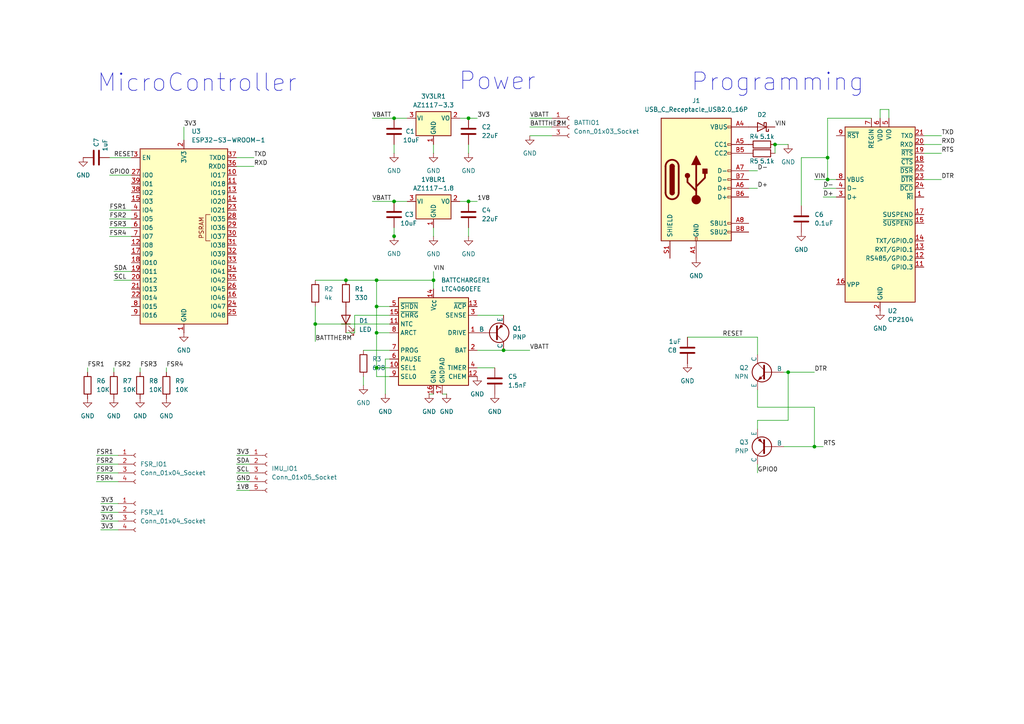
<source format=kicad_sch>
(kicad_sch (version 20231120) (generator "eeschema") (generator_version "8.0")
  (paper "A4")
  (lib_symbols
    (symbol "Battery_Management:LTC4060EFE"
      (property "Reference" "U" (at -8.382 13.97 0))
      (property "Value" "LTC4060EFE" (at 1.524 13.97 0))
      (symbol "LTC4060EFE_0_1"
        (rectangle (start -10.16 12.7) (end 10.16 -12.7) (stroke (width 0.254)) (fill (type background)))
      )
      (symbol "LTC4060EFE_1_1"
        (pin output line (at 12.7 2.54 180) (length 2.54) (name "DRIVE") (number "1"))
        (pin input line (at -12.7 -7.62 0) (length 2.54) (name "SEL1") (number "10"))
        (pin input line (at -12.7 5.08 0) (length 2.54) (name "NTC") (number "11"))
        (pin input line (at 12.7 -10.16 180) (length 2.54) (name "CHEM") (number "12"))
        (pin open_collector line (at 12.7 10.16 180) (length 2.54) (name "~{ACP}") (number "13"))
        (pin power_in line (at 0 15.24 270) (length 2.54) (name "V_{CC}") (number "14"))
        (pin open_collector line (at -12.7 7.62 0) (length 2.54) (name "~{CHRG}") (number "15"))
        (pin power_in line (at 0 -15.24 90) (length 2.54) (name "GND") (number "16"))
        (pin power_in line (at 2.54 -15.24 90) (length 2.54) (name "GNDPAD") (number "17"))
        (pin input line (at 12.7 -2.54 180) (length 2.54) (name "BAT") (number "2"))
        (pin input line (at 12.7 7.62 180) (length 2.54) (name "SENSE") (number "3"))
        (pin input line (at 12.7 -7.62 180) (length 2.54) (name "TIMER") (number "4"))
        (pin input line (at -12.7 10.16 0) (length 2.54) (name "~{SHDN}") (number "5"))
        (pin input line (at -12.7 -5.08 0) (length 2.54) (name "PAUSE") (number "6"))
        (pin input line (at -12.7 -2.54 0) (length 2.54) (name "PROG") (number "7"))
        (pin input line (at -12.7 2.54 0) (length 2.54) (name "ARCT") (number "8"))
        (pin input line (at -12.7 -10.16 0) (length 2.54) (name "SEL0") (number "9"))
      )
    )
    (symbol "Connector:Conn_01x03_Socket" (pin_names (offset 1.016) hide)
      (property "Reference" "J" (at 0 5.08 0))
      (property "Value" "Conn_01x03_Socket" (at 0 -5.08 0))
      (symbol "Conn_01x03_Socket_1_1"
        (arc (start 0 -2.032) (mid -0.5058 -2.54) (end 0 -3.048) (stroke (width 0.1524)))
        (polyline (pts (xy -1.27 -2.54) (xy -0.508 -2.54)) (stroke (width 0.1524)))
        (polyline (pts (xy -1.27 0) (xy -0.508 0)) (stroke (width 0.1524)))
        (polyline (pts (xy -1.27 2.54) (xy -0.508 2.54)) (stroke (width 0.1524)))
        (arc (start 0 0.508) (mid -0.5058 0) (end 0 -0.508) (stroke (width 0.1524)))
        (arc (start 0 3.048) (mid -0.5058 2.54) (end 0 2.032) (stroke (width 0.1524)))
        (pin passive line (at -5.08 2.54 0) (length 3.81) (name "Pin_1") (number "1"))
        (pin passive line (at -5.08 0 0) (length 3.81) (name "Pin_2") (number "2"))
        (pin passive line (at -5.08 -2.54 0) (length 3.81) (name "Pin_3") (number "3"))
      )
    )
    (symbol "Connector:Conn_01x04_Socket" (pin_names (offset 1.016) hide)
      (property "Reference" "J" (at 0 5.08 0))
      (property "Value" "Conn_01x04_Socket" (at 0 -7.62 0))
      (symbol "Conn_01x04_Socket_1_1"
        (arc (start 0 -4.572) (mid -0.5058 -5.08) (end 0 -5.588) (stroke (width 0.1524)))
        (arc (start 0 -2.032) (mid -0.5058 -2.54) (end 0 -3.048) (stroke (width 0.1524)))
        (polyline (pts (xy -1.27 -5.08) (xy -0.508 -5.08)) (stroke (width 0.1524)))
        (polyline (pts (xy -1.27 -2.54) (xy -0.508 -2.54)) (stroke (width 0.1524)))
        (polyline (pts (xy -1.27 0) (xy -0.508 0)) (stroke (width 0.1524)))
        (polyline (pts (xy -1.27 2.54) (xy -0.508 2.54)) (stroke (width 0.1524)))
        (arc (start 0 0.508) (mid -0.5058 0) (end 0 -0.508) (stroke (width 0.1524)))
        (arc (start 0 3.048) (mid -0.5058 2.54) (end 0 2.032) (stroke (width 0.1524)))
        (pin passive line (at -5.08 2.54 0) (length 3.81) (name "Pin_1") (number "1"))
        (pin passive line (at -5.08 0 0) (length 3.81) (name "Pin_2") (number "2"))
        (pin passive line (at -5.08 -2.54 0) (length 3.81) (name "Pin_3") (number "3"))
        (pin passive line (at -5.08 -5.08 0) (length 3.81) (name "Pin_4") (number "4"))
      )
    )
    (symbol "Connector:Conn_01x05_Socket" (pin_names (offset 1.016) hide)
      (property "Reference" "J" (at 0 7.62 0))
      (property "Value" "Conn_01x05_Socket" (at 0 -7.62 0))
      (symbol "Conn_01x05_Socket_1_1"
        (arc (start 0 -4.572) (mid -0.5058 -5.08) (end 0 -5.588) (stroke (width 0.1524)))
        (arc (start 0 -2.032) (mid -0.5058 -2.54) (end 0 -3.048) (stroke (width 0.1524)))
        (polyline (pts (xy -1.27 -5.08) (xy -0.508 -5.08)) (stroke (width 0.1524)))
        (polyline (pts (xy -1.27 -2.54) (xy -0.508 -2.54)) (stroke (width 0.1524)))
        (polyline (pts (xy -1.27 0) (xy -0.508 0)) (stroke (width 0.1524)))
        (polyline (pts (xy -1.27 2.54) (xy -0.508 2.54)) (stroke (width 0.1524)))
        (polyline (pts (xy -1.27 5.08) (xy -0.508 5.08)) (stroke (width 0.1524)))
        (arc (start 0 0.508) (mid -0.5058 0) (end 0 -0.508) (stroke (width 0.1524)))
        (arc (start 0 3.048) (mid -0.5058 2.54) (end 0 2.032) (stroke (width 0.1524)))
        (arc (start 0 5.588) (mid -0.5058 5.08) (end 0 4.572) (stroke (width 0.1524)))
        (pin passive line (at -5.08 5.08 0) (length 3.81) (name "Pin_1") (number "1"))
        (pin passive line (at -5.08 2.54 0) (length 3.81) (name "Pin_2") (number "2"))
        (pin passive line (at -5.08 0 0) (length 3.81) (name "Pin_3") (number "3"))
        (pin passive line (at -5.08 -2.54 0) (length 3.81) (name "Pin_4") (number "4"))
        (pin passive line (at -5.08 -5.08 0) (length 3.81) (name "Pin_5") (number "5"))
      )
    )
    (symbol "Connector:USB_C_Receptacle_USB2.0_16P" (pin_names (offset 1.016))
      (property "Reference" "J" (at 0 22.225 0))
      (property "Value" "USB_C_Receptacle_USB2.0_16P" (at 0 19.685 0))
      (symbol "USB_C_Receptacle_USB2.0_16P_0_0"
        (rectangle (start -0.254 -17.78) (end 0.254 -16.764))
        (rectangle (start 10.16 -14.986) (end 9.144 -15.494))
        (rectangle (start 10.16 -12.446) (end 9.144 -12.954))
        (rectangle (start 10.16 -4.826) (end 9.144 -5.334))
        (rectangle (start 10.16 -2.286) (end 9.144 -2.794))
        (rectangle (start 10.16 0.254) (end 9.144 -0.254))
        (rectangle (start 10.16 2.794) (end 9.144 2.286))
        (rectangle (start 10.16 7.874) (end 9.144 7.366))
        (rectangle (start 10.16 10.414) (end 9.144 9.906))
        (rectangle (start 10.16 15.494) (end 9.144 14.986))
      )
      (symbol "USB_C_Receptacle_USB2.0_16P_0_1"
        (rectangle (start -10.16 17.78) (end 10.16 -17.78) (stroke (width 0.254)) (fill (type background)))
        (arc (start -8.89 -3.81) (mid -6.985 -5.7067) (end -5.08 -3.81) (stroke (width 0.508)))
        (arc (start -7.62 -3.81) (mid -6.985 -4.4423) (end -6.35 -3.81) (stroke (width 0.254)))
        (arc (start -7.62 -3.81) (mid -6.985 -4.4423) (end -6.35 -3.81) (stroke (width 0.254)) (fill (type outline)))
        (rectangle (start -7.62 -3.81) (end -6.35 3.81) (stroke (width 0.254)) (fill (type outline)))
        (arc (start -6.35 3.81) (mid -6.985 4.4423) (end -7.62 3.81) (stroke (width 0.254)))
        (arc (start -6.35 3.81) (mid -6.985 4.4423) (end -7.62 3.81) (stroke (width 0.254)) (fill (type outline)))
        (arc (start -5.08 3.81) (mid -6.985 5.7067) (end -8.89 3.81) (stroke (width 0.508)))
        (circle (center -2.54 1.143) (radius 0.635) (stroke (width 0.254)) (fill (type outline)))
        (circle (center 0 -5.842) (radius 1.27) (fill (type outline)))
        (polyline (pts (xy -8.89 -3.81) (xy -8.89 3.81)) (stroke (width 0.508)))
        (polyline (pts (xy -5.08 3.81) (xy -5.08 -3.81)) (stroke (width 0.508)))
        (polyline (pts (xy 0 -5.842) (xy 0 4.318)) (stroke (width 0.508)))
        (polyline (pts (xy 0 -3.302) (xy -2.54 -0.762) (xy -2.54 0.508)) (stroke (width 0.508)))
        (polyline (pts (xy 0 -2.032) (xy 2.54 0.508) (xy 2.54 1.778)) (stroke (width 0.508)))
        (polyline (pts (xy -1.27 4.318) (xy 0 6.858) (xy 1.27 4.318) (xy -1.27 4.318)) (stroke (width 0.254)) (fill (type outline)))
        (rectangle (start 1.905 1.778) (end 3.175 3.048) (stroke (width 0.254)) (fill (type outline)))
      )
      (symbol "USB_C_Receptacle_USB2.0_16P_1_1"
        (pin passive line (at 0 -22.86 90) (length 5.08) (name "GND") (number "A1"))
        (pin passive line (at 0 -22.86 90) (length 5.08) hide (name "GND") (number "A12"))
        (pin passive line (at 15.24 15.24 180) (length 5.08) (name "VBUS") (number "A4"))
        (pin bidirectional line (at 15.24 10.16 180) (length 5.08) (name "CC1") (number "A5"))
        (pin bidirectional line (at 15.24 -2.54 180) (length 5.08) (name "D+") (number "A6"))
        (pin bidirectional line (at 15.24 2.54 180) (length 5.08) (name "D-") (number "A7"))
        (pin bidirectional line (at 15.24 -12.7 180) (length 5.08) (name "SBU1") (number "A8"))
        (pin passive line (at 15.24 15.24 180) (length 5.08) hide (name "VBUS") (number "A9"))
        (pin passive line (at 0 -22.86 90) (length 5.08) hide (name "GND") (number "B1"))
        (pin passive line (at 0 -22.86 90) (length 5.08) hide (name "GND") (number "B12"))
        (pin passive line (at 15.24 15.24 180) (length 5.08) hide (name "VBUS") (number "B4"))
        (pin bidirectional line (at 15.24 7.62 180) (length 5.08) (name "CC2") (number "B5"))
        (pin bidirectional line (at 15.24 -5.08 180) (length 5.08) (name "D+") (number "B6"))
        (pin bidirectional line (at 15.24 0 180) (length 5.08) (name "D-") (number "B7"))
        (pin bidirectional line (at 15.24 -15.24 180) (length 5.08) (name "SBU2") (number "B8"))
        (pin passive line (at 15.24 15.24 180) (length 5.08) hide (name "VBUS") (number "B9"))
        (pin passive line (at -7.62 -22.86 90) (length 5.08) (name "SHIELD") (number "S1"))
      )
    )
    (symbol "Device:C" (pin_numbers hide) (pin_names (offset 0.254))
      (property "Reference" "C" (at 0.635 2.54 0))
      (property "Value" "C" (at 0.635 -2.54 0))
      (symbol "C_0_1"
        (polyline (pts (xy -2.032 -0.762) (xy 2.032 -0.762)) (stroke (width 0.508)))
        (polyline (pts (xy -2.032 0.762) (xy 2.032 0.762)) (stroke (width 0.508)))
      )
      (symbol "C_1_1"
        (pin passive line (at 0 3.81 270) (length 2.794) (name "~") (number "1"))
        (pin passive line (at 0 -3.81 90) (length 2.794) (name "~") (number "2"))
      )
    )
    (symbol "Device:D_Schottky" (pin_numbers hide) (pin_names (offset 1.016) hide)
      (property "Reference" "D" (at 0 2.54 0))
      (property "Value" "D_Schottky" (at 0 -2.54 0))
      (symbol "D_Schottky_0_1"
        (polyline (pts (xy 1.27 0) (xy -1.27 0)))
        (polyline (pts (xy 1.27 1.27) (xy 1.27 -1.27) (xy -1.27 0) (xy 1.27 1.27)) (stroke (width 0.254)))
        (polyline (pts (xy -1.905 0.635) (xy -1.905 1.27) (xy -1.27 1.27) (xy -1.27 -1.27) (xy -0.635 -1.27) (xy -0.635 -0.635)) (stroke (width 0.254)))
      )
      (symbol "D_Schottky_1_1"
        (pin passive line (at -3.81 0 0) (length 2.54) (name "K") (number "1"))
        (pin passive line (at 3.81 0 180) (length 2.54) (name "A") (number "2"))
      )
    )
    (symbol "Device:LED" (pin_numbers hide) (pin_names (offset 1.016) hide)
      (property "Reference" "D" (at 0 2.54 0))
      (property "Value" "LED" (at 0 -2.54 0))
      (symbol "LED_0_1"
        (polyline (pts (xy -1.27 -1.27) (xy -1.27 1.27)) (stroke (width 0.254)))
        (polyline (pts (xy -1.27 0) (xy 1.27 0)))
        (polyline (pts (xy 1.27 -1.27) (xy 1.27 1.27) (xy -1.27 0) (xy 1.27 -1.27)) (stroke (width 0.254)))
        (polyline (pts (xy -3.048 -0.762) (xy -4.572 -2.286) (xy -3.81 -2.286) (xy -4.572 -2.286) (xy -4.572 -1.524)))
        (polyline (pts (xy -1.778 -0.762) (xy -3.302 -2.286) (xy -2.54 -2.286) (xy -3.302 -2.286) (xy -3.302 -1.524)))
      )
      (symbol "LED_1_1"
        (pin passive line (at -3.81 0 0) (length 2.54) (name "K") (number "1"))
        (pin passive line (at 3.81 0 180) (length 2.54) (name "A") (number "2"))
      )
    )
    (symbol "Device:R" (pin_numbers hide) (pin_names (offset 0))
      (property "Reference" "R" (at 2.032 0 90))
      (property "Value" "R" (at 0 0 90))
      (symbol "R_0_1"
        (rectangle (start -1.016 -2.54) (end 1.016 2.54) (stroke (width 0.254)))
      )
      (symbol "R_1_1"
        (pin passive line (at 0 3.81 270) (length 1.27) (name "~") (number "1"))
        (pin passive line (at 0 -3.81 90) (length 1.27) (name "~") (number "2"))
      )
    )
    (symbol "Interface_USB:CP2104"
      (property "Reference" "U" (at -5.08 28.575 0))
      (property "Value" "CP2104" (at -5.08 26.67 0))
      (symbol "CP2104_1_1"
        (rectangle (start -10.16 25.4) (end 10.16 -25.4) (stroke (width 0.254)) (fill (type background)))
        (pin input line (at 12.7 5.08 180) (length 2.54) (name "~{RI}") (number "1"))
        (pin no_connect line (at 10.16 -20.32 180) (length 2.54) hide (name "NC") (number "10"))
        (pin bidirectional line (at 12.7 -15.24 180) (length 2.54) (name "GPIO.3") (number "11"))
        (pin bidirectional line (at 12.7 -12.7 180) (length 2.54) (name "RS485/GPIO.2") (number "12"))
        (pin bidirectional line (at 12.7 -10.16 180) (length 2.54) (name "RXT/GPIO.1") (number "13"))
        (pin bidirectional line (at 12.7 -7.62 180) (length 2.54) (name "TXT/GPIO.0") (number "14"))
        (pin output line (at 12.7 -2.54 180) (length 2.54) (name "~{SUSPEND}") (number "15"))
        (pin passive line (at -12.7 -20.32 0) (length 2.54) (name "VPP") (number "16"))
        (pin output line (at 12.7 0 180) (length 2.54) (name "SUSPEND") (number "17"))
        (pin input line (at 12.7 15.24 180) (length 2.54) (name "~{CTS}") (number "18"))
        (pin output line (at 12.7 17.78 180) (length 2.54) (name "~{RTS}") (number "19"))
        (pin power_in line (at 0 -27.94 90) (length 2.54) (name "GND") (number "2"))
        (pin input line (at 12.7 20.32 180) (length 2.54) (name "RXD") (number "20"))
        (pin output line (at 12.7 22.86 180) (length 2.54) (name "TXD") (number "21"))
        (pin input line (at 12.7 12.7 180) (length 2.54) (name "~{DSR}") (number "22"))
        (pin output line (at 12.7 10.16 180) (length 2.54) (name "~{DTR}") (number "23"))
        (pin input line (at 12.7 7.62 180) (length 2.54) (name "~{DCD}") (number "24"))
        (pin passive line (at 0 -27.94 90) (length 2.54) hide (name "GND") (number "25"))
        (pin bidirectional line (at -12.7 5.08 0) (length 2.54) (name "D+") (number "3"))
        (pin bidirectional line (at -12.7 7.62 0) (length 2.54) (name "D-") (number "4"))
        (pin power_in line (at 2.54 27.94 270) (length 2.54) (name "VIO") (number "5"))
        (pin power_in line (at 0 27.94 270) (length 2.54) (name "VDD") (number "6"))
        (pin power_in line (at -2.54 27.94 270) (length 2.54) (name "REGIN") (number "7"))
        (pin input line (at -12.7 10.16 0) (length 2.54) (name "VBUS") (number "8"))
        (pin bidirectional line (at -12.7 22.86 0) (length 2.54) (name "~{RST}") (number "9"))
      )
    )
    (symbol "RF_Module:ESP32-S3-WROOM-1"
      (property "Reference" "U" (at -12.7 26.67 0))
      (property "Value" "ESP32-S3-WROOM-1" (at 12.7 26.67 0))
      (symbol "ESP32-S3-WROOM-1_0_0"
        (rectangle (start -12.7 25.4) (end 12.7 -25.4) (stroke (width 0.254)) (fill (type background)))
        (text "PSRAM" (at 5.08 2.54 900) (effects (font (size 1.27 1.27))))
      )
      (symbol "ESP32-S3-WROOM-1_0_1"
        (polyline (pts (xy 7.62 -1.27) (xy 6.35 -1.27) (xy 6.35 6.35) (xy 7.62 6.35)))
      )
      (symbol "ESP32-S3-WROOM-1_1_1"
        (pin power_in line (at 0 -27.94 90) (length 2.54) (name "GND") (number "1"))
        (pin bidirectional line (at 15.24 17.78 180) (length 2.54) (name "IO17") (number "10"))
        (pin bidirectional line (at 15.24 15.24 180) (length 2.54) (name "IO18") (number "11"))
        (pin bidirectional line (at -15.24 -2.54 0) (length 2.54) (name "IO8") (number "12"))
        (pin bidirectional line (at 15.24 12.7 180) (length 2.54) (name "IO19") (number "13"))
        (pin bidirectional line (at 15.24 10.16 180) (length 2.54) (name "IO20") (number "14"))
        (pin bidirectional line (at -15.24 10.16 0) (length 2.54) (name "IO3") (number "15"))
        (pin bidirectional line (at 15.24 -17.78 180) (length 2.54) (name "IO46") (number "16"))
        (pin bidirectional line (at -15.24 -5.08 0) (length 2.54) (name "IO9") (number "17"))
        (pin bidirectional line (at -15.24 -7.62 0) (length 2.54) (name "IO10") (number "18"))
        (pin bidirectional line (at -15.24 -10.16 0) (length 2.54) (name "IO11") (number "19"))
        (pin power_in line (at 0 27.94 270) (length 2.54) (name "3V3") (number "2"))
        (pin bidirectional line (at -15.24 -12.7 0) (length 2.54) (name "IO12") (number "20"))
        (pin bidirectional line (at -15.24 -15.24 0) (length 2.54) (name "IO13") (number "21"))
        (pin bidirectional line (at -15.24 -17.78 0) (length 2.54) (name "IO14") (number "22"))
        (pin bidirectional line (at 15.24 7.62 180) (length 2.54) (name "IO21") (number "23"))
        (pin bidirectional line (at 15.24 -20.32 180) (length 2.54) (name "IO47") (number "24"))
        (pin bidirectional line (at 15.24 -22.86 180) (length 2.54) (name "IO48") (number "25"))
        (pin bidirectional line (at 15.24 -15.24 180) (length 2.54) (name "IO45") (number "26"))
        (pin bidirectional line (at -15.24 17.78 0) (length 2.54) (name "IO0") (number "27"))
        (pin bidirectional line (at 15.24 5.08 180) (length 2.54) (name "IO35") (number "28"))
        (pin bidirectional line (at 15.24 2.54 180) (length 2.54) (name "IO36") (number "29"))
        (pin input line (at -15.24 22.86 0) (length 2.54) (name "EN") (number "3"))
        (pin bidirectional line (at 15.24 0 180) (length 2.54) (name "IO37") (number "30"))
        (pin bidirectional line (at 15.24 -2.54 180) (length 2.54) (name "IO38") (number "31"))
        (pin bidirectional line (at 15.24 -5.08 180) (length 2.54) (name "IO39") (number "32"))
        (pin bidirectional line (at 15.24 -7.62 180) (length 2.54) (name "IO40") (number "33"))
        (pin bidirectional line (at 15.24 -10.16 180) (length 2.54) (name "IO41") (number "34"))
        (pin bidirectional line (at 15.24 -12.7 180) (length 2.54) (name "IO42") (number "35"))
        (pin bidirectional line (at 15.24 20.32 180) (length 2.54) (name "RXD0") (number "36"))
        (pin bidirectional line (at 15.24 22.86 180) (length 2.54) (name "TXD0") (number "37"))
        (pin bidirectional line (at -15.24 12.7 0) (length 2.54) (name "IO2") (number "38"))
        (pin bidirectional line (at -15.24 15.24 0) (length 2.54) (name "IO1") (number "39"))
        (pin bidirectional line (at -15.24 7.62 0) (length 2.54) (name "IO4") (number "4"))
        (pin passive line (at 0 -27.94 90) (length 2.54) hide (name "GND") (number "40"))
        (pin passive line (at 0 -27.94 90) (length 2.54) hide (name "GND") (number "41"))
        (pin bidirectional line (at -15.24 5.08 0) (length 2.54) (name "IO5") (number "5"))
        (pin bidirectional line (at -15.24 2.54 0) (length 2.54) (name "IO6") (number "6"))
        (pin bidirectional line (at -15.24 0 0) (length 2.54) (name "IO7") (number "7"))
        (pin bidirectional line (at -15.24 -20.32 0) (length 2.54) (name "IO15") (number "8"))
        (pin bidirectional line (at -15.24 -22.86 0) (length 2.54) (name "IO16") (number "9"))
      )
    )
    (symbol "Regulator_Linear:AZ1117-1.8" (pin_names (offset 0.254))
      (property "Reference" "U" (at -3.81 3.175 0))
      (property "Value" "AZ1117-1.8" (at 0 3.175 0))
      (symbol "AZ1117-1.8_0_1"
        (rectangle (start -5.08 1.905) (end 5.08 -5.08) (stroke (width 0.254)) (fill (type background)))
      )
      (symbol "AZ1117-1.8_1_1"
        (pin power_in line (at 0 -7.62 90) (length 2.54) (name "GND") (number "1"))
        (pin power_out line (at 7.62 0 180) (length 2.54) (name "VO") (number "2"))
        (pin power_in line (at -7.62 0 0) (length 2.54) (name "VI") (number "3"))
      )
    )
    (symbol "Regulator_Linear:AZ1117-3.3" (pin_names (offset 0.254))
      (property "Reference" "U" (at -3.81 3.175 0))
      (property "Value" "AZ1117-3.3" (at 0 3.175 0))
      (symbol "AZ1117-3.3_0_1"
        (rectangle (start -5.08 1.905) (end 5.08 -5.08) (stroke (width 0.254)) (fill (type background)))
      )
      (symbol "AZ1117-3.3_1_1"
        (pin power_in line (at 0 -7.62 90) (length 2.54) (name "GND") (number "1"))
        (pin power_out line (at 7.62 0 180) (length 2.54) (name "VO") (number "2"))
        (pin power_in line (at -7.62 0 0) (length 2.54) (name "VI") (number "3"))
      )
    )
    (symbol "Sensor_Motion:ICM-20948"
      (property "Reference" "U" (at -11.43 16.51 0))
      (property "Value" "ICM-20948" (at 7.62 -16.51 0))
      (symbol "ICM-20948_0_1"
        (rectangle (start -10.16 15.24) (end 10.16 -15.24) (stroke (width 0.254)) (fill (type background)))
      )
      (symbol "ICM-20948_1_1"
        (pin no_connect line (at -10.16 12.7 0) (length 2.54) hide (name "NC") (number "1"))
        (pin passive line (at 12.7 -5.08 180) (length 2.54) (name "REGOUT") (number "10"))
        (pin input line (at -12.7 -5.08 0) (length 2.54) (name "FSYNC") (number "11"))
        (pin output line (at -12.7 -7.62 0) (length 2.54) (name "INT1") (number "12"))
        (pin power_in line (at 2.54 17.78 270) (length 2.54) (name "VDD") (number "13"))
        (pin no_connect line (at 10.16 7.62 180) (length 2.54) hide (name "NC") (number "14"))
        (pin no_connect line (at 10.16 5.08 180) (length 2.54) hide (name "NC") (number "15"))
        (pin no_connect line (at 10.16 -7.62 180) (length 2.54) hide (name "NC") (number "16"))
        (pin no_connect line (at 10.16 -10.16 180) (length 2.54) hide (name "NC") (number "17"))
        (pin power_in line (at 0 -17.78 90) (length 2.54) (name "GND") (number "18"))
        (pin no_connect line (at 10.16 -12.7 180) (length 2.54) hide (name "RESV") (number "19"))
        (pin no_connect line (at -10.16 10.16 0) (length 2.54) hide (name "NC") (number "2"))
        (pin passive line (at 0 -17.78 90) (length 2.54) hide (name "GND") (number "20"))
        (pin bidirectional line (at 12.7 2.54 180) (length 2.54) (name "AUX_DA") (number "21"))
        (pin input line (at -12.7 0 0) (length 2.54) (name "~{CS}") (number "22"))
        (pin input line (at -12.7 2.54 0) (length 2.54) (name "SCL/SCLK") (number "23"))
        (pin bidirectional line (at -12.7 5.08 0) (length 2.54) (name "SDA/SDI") (number "24"))
        (pin no_connect line (at -10.16 -2.54 0) (length 2.54) hide (name "NC") (number "3"))
        (pin no_connect line (at -10.16 -10.16 0) (length 2.54) hide (name "NC") (number "4"))
        (pin no_connect line (at -10.16 -12.7 0) (length 2.54) hide (name "NC") (number "5"))
        (pin no_connect line (at 10.16 10.16 180) (length 2.54) hide (name "NC") (number "6"))
        (pin output line (at 12.7 0 180) (length 2.54) (name "AUX_CL") (number "7"))
        (pin power_in line (at -2.54 17.78 270) (length 2.54) (name "VDDIO") (number "8"))
        (pin bidirectional line (at -12.7 7.62 0) (length 2.54) (name "SDO/AD0") (number "9"))
      )
    )
    (symbol "Simulation_SPICE:NPN" (pin_numbers hide) (pin_names (offset 0))
      (property "Reference" "Q" (at -2.54 7.62 0))
      (property "Value" "NPN" (at -2.54 5.08 0))
      (symbol "NPN_0_1"
        (polyline (pts (xy -2.54 0) (xy 0.635 0)) (stroke (width 0.1524)))
        (polyline (pts (xy 0.635 0.635) (xy 2.54 2.54)))
        (polyline (pts (xy 2.794 -1.27) (xy 2.794 -1.27)) (stroke (width 0.1524)))
        (polyline (pts (xy 2.794 -1.27) (xy 2.794 -1.27)) (stroke (width 0.1524)))
        (polyline (pts (xy 0.635 -0.635) (xy 2.54 -2.54) (xy 2.54 -2.54)))
        (polyline (pts (xy 0.635 1.905) (xy 0.635 -1.905) (xy 0.635 -1.905)) (stroke (width 0.508)))
        (polyline (pts (xy 1.27 -1.778) (xy 1.778 -1.27) (xy 2.286 -2.286) (xy 1.27 -1.778) (xy 1.27 -1.778)) (fill (type outline)))
        (circle (center 1.27 0) (radius 2.8194) (stroke (width 0.254)))
      )
      (symbol "NPN_1_1"
        (pin open_collector line (at 2.54 5.08 270) (length 2.54) (name "C") (number "1"))
        (pin input line (at -5.08 0 0) (length 2.54) (name "B") (number "2"))
        (pin open_emitter line (at 2.54 -5.08 90) (length 2.54) (name "E") (number "3"))
      )
    )
    (symbol "Simulation_SPICE:PNP" (pin_numbers hide) (pin_names (offset 0))
      (property "Reference" "Q" (at -2.54 7.62 0))
      (property "Value" "PNP" (at -2.54 5.08 0))
      (symbol "PNP_0_1"
        (polyline (pts (xy -2.54 0) (xy 0.635 0)) (stroke (width 0.1524)))
        (polyline (pts (xy 0.635 0.635) (xy 2.54 2.54)))
        (polyline (pts (xy 0.635 -0.635) (xy 2.54 -2.54) (xy 2.54 -2.54)))
        (polyline (pts (xy 0.635 1.905) (xy 0.635 -1.905) (xy 0.635 -1.905)) (stroke (width 0.508)))
        (polyline (pts (xy 2.286 -1.778) (xy 1.778 -2.286) (xy 1.27 -1.27) (xy 2.286 -1.778) (xy 2.286 -1.778)) (fill (type outline)))
        (circle (center 1.27 0) (radius 2.8194) (stroke (width 0.254)))
      )
      (symbol "PNP_1_1"
        (pin open_collector line (at 2.54 5.08 270) (length 2.54) (name "C") (number "1"))
        (pin input line (at -5.08 0 0) (length 2.54) (name "B") (number "2"))
        (pin open_emitter line (at 2.54 -5.08 90) (length 2.54) (name "E") (number "3"))
      )
    )
    (symbol "power:GND" (power) (pin_numbers hide) (pin_names (offset 0) hide)
      (property "Value" "GND" (at 0 -3.81 0))
      (symbol "GND_0_1"
        (polyline (pts (xy 0 0) (xy 0 -1.27) (xy 1.27 -1.27) (xy 0 -2.54) (xy -1.27 -1.27) (xy 0 -1.27)))
      )
      (symbol "GND_1_1"
        (pin power_in line (at 0 0 270) (length 0) (name "~") (number "1"))
      )
    )
  )
  (junction (at 109.22 106.68))
  (junction (at 114.3 58.42))
  (junction (at 91.44 93.98))
  (junction (at 240.03 45.72))
  (junction (at 114.3 34.29))
  (junction (at 109.22 96.52))
  (junction (at 100.33 81.28))
  (junction (at 449.58 20.32))
  (junction (at 236.22 129.54))
  (junction (at 125.73 81.28))
  (junction (at 135.89 34.29))
  (junction (at 146.05 101.6))
  (junction (at 444.5 20.32))
  (junction (at 114.3 68.5182))
  (junction (at 135.89 58.42))
  (junction (at 228.6 107.95))
  (junction (at 109.22 88.9))
  (junction (at 109.22 81.28))
  (junction (at 224.79 41.91))
  (junction (at 240.03 52.07))
  (wire (pts (xy 102.87 96.52) (xy 102.87 91.44)))
  (wire (pts (xy 228.6 121.92) (xy 228.6 107.95)))
  (wire (pts (xy 228.6 107.95) (xy 236.22 107.95)))
  (wire (pts (xy 107.95 58.42) (xy 114.3 58.42)))
  (wire (pts (xy 109.22 106.68) (xy 109.22 109.22)))
  (wire (pts (xy 240.03 45.72) (xy 240.03 52.07)))
  (wire (pts (xy 138.43 101.6) (xy 146.05 101.6)))
  (wire (pts (xy 135.89 34.29) (xy 138.43 34.29)))
  (wire (pts (xy 27.94 137.16) (xy 34.29 137.16)))
  (wire (pts (xy 133.35 34.29) (xy 135.89 34.29)))
  (wire (pts (xy 107.95 34.29) (xy 114.3 34.29)))
  (wire (pts (xy 68.58 45.72) (xy 73.66 45.72)))
  (wire (pts (xy 433.07 20.32) (xy 436.88 20.32)))
  (wire (pts (xy 91.44 88.9) (xy 91.44 93.98)))
  (wire (pts (xy 217.17 54.61) (xy 219.71 54.61)))
  (wire (pts (xy 109.22 106.68) (xy 113.03 106.68)))
  (wire (pts (xy 27.94 132.08) (xy 34.29 132.08)))
  (wire (pts (xy 444.5 20.32) (xy 444.5 22.86)))
  (wire (pts (xy 125.73 41.91) (xy 125.73 44.45)))
  (wire (pts (xy 29.21 148.59) (xy 34.29 148.59)))
  (wire (pts (xy 224.79 41.91) (xy 228.6 41.91)))
  (wire (pts (xy 109.22 81.28) (xy 109.22 88.9)))
  (wire (pts (xy 91.44 93.98) (xy 113.03 93.98)))
  (wire (pts (xy 255.27 31.75) (xy 257.81 31.75)))
  (wire (pts (xy 125.73 66.04) (xy 125.73 68.58)))
  (wire (pts (xy 100.33 96.52) (xy 102.87 96.52)))
  (wire (pts (xy 153.67 39.37) (xy 160.02 39.37)))
  (wire (pts (xy 113.03 104.14) (xy 111.76 104.14)))
  (wire (pts (xy 219.71 134.62) (xy 219.71 137.16)))
  (wire (pts (xy 27.94 134.62) (xy 34.29 134.62)))
  (wire (pts (xy 114.3 68.5182) (xy 114.3 66.04)))
  (wire (pts (xy 138.43 91.44) (xy 146.05 91.44)))
  (wire (pts (xy 429.26 38.1) (xy 434.34 38.1)))
  (wire (pts (xy 102.87 91.44) (xy 113.03 91.44)))
  (wire (pts (xy 267.97 39.37) (xy 273.05 39.37)))
  (wire (pts (xy 114.3 34.29) (xy 118.11 34.29)))
  (wire (pts (xy 68.58 48.26) (xy 73.66 48.26)))
  (wire (pts (xy 238.76 54.61) (xy 242.57 54.61)))
  (wire (pts (xy 459.74 45.72) (xy 464.82 45.72)))
  (wire (pts (xy 227.33 107.95) (xy 228.6 107.95)))
  (wire (pts (xy 257.81 31.75) (xy 257.81 34.29)))
  (wire (pts (xy 114.3 58.42) (xy 118.11 58.42)))
  (wire (pts (xy 40.64 106.68) (xy 40.64 107.95)))
  (wire (pts (xy 109.22 88.9) (xy 113.03 88.9)))
  (wire (pts (xy 31.75 50.8) (xy 38.1 50.8)))
  (wire (pts (xy 429.26 35.56) (xy 434.34 35.56)))
  (wire (pts (xy 29.21 153.67) (xy 34.29 153.67)))
  (wire (pts (xy 153.67 34.29) (xy 160.02 34.29)))
  (wire (pts (xy 133.35 58.42) (xy 135.89 58.42)))
  (wire (pts (xy 109.22 96.52) (xy 109.22 106.68)))
  (wire (pts (xy 105.41 101.6) (xy 113.03 101.6)))
  (wire (pts (xy 33.02 78.74) (xy 38.1 78.74)))
  (wire (pts (xy 252.73 34.29) (xy 240.03 34.29)))
  (wire (pts (xy 25.4 106.68) (xy 25.4 107.95)))
  (wire (pts (xy 72.39 132.08) (xy 68.58 132.08)))
  (wire (pts (xy 31.75 60.96) (xy 38.1 60.96)))
  (wire (pts (xy 444.5 19.05) (xy 444.5 20.32)))
  (wire (pts (xy 227.33 129.54) (xy 236.22 129.54)))
  (wire (pts (xy 29.21 151.13) (xy 34.29 151.13)))
  (wire (pts (xy 219.71 124.46) (xy 219.71 121.92)))
  (wire (pts (xy 48.26 106.68) (xy 48.26 107.95)))
  (wire (pts (xy 232.41 45.72) (xy 240.03 45.72)))
  (wire (pts (xy 255.27 34.29) (xy 255.27 31.75)))
  (wire (pts (xy 125.73 83.82) (xy 125.73 81.28)))
  (wire (pts (xy 449.58 20.32) (xy 453.39 20.32)))
  (wire (pts (xy 199.39 97.79) (xy 219.71 97.79)))
  (wire (pts (xy 33.02 106.68) (xy 33.02 107.95)))
  (wire (pts (xy 72.39 137.16) (xy 68.58 137.16)))
  (wire (pts (xy 109.22 109.22) (xy 113.03 109.22)))
  (wire (pts (xy 267.97 52.07) (xy 273.05 52.07)))
  (wire (pts (xy 125.73 81.28) (xy 109.22 81.28)))
  (wire (pts (xy 219.71 113.03) (xy 219.71 118.11)))
  (wire (pts (xy 114.3 68.58) (xy 114.3 68.5182)))
  (wire (pts (xy 240.03 52.07) (xy 242.57 52.07)))
  (wire (pts (xy 153.67 36.83) (xy 160.02 36.83)))
  (wire (pts (xy 138.43 106.68) (xy 143.51 106.68)))
  (wire (pts (xy 125.73 81.28) (xy 125.73 78.74)))
  (wire (pts (xy 236.22 129.54) (xy 238.76 129.54)))
  (wire (pts (xy 29.21 146.05) (xy 34.29 146.05)))
  (wire (pts (xy 219.71 121.92) (xy 228.6 121.92)))
  (wire (pts (xy 447.04 58.42) (xy 447.04 59.69)))
  (wire (pts (xy 232.41 45.72) (xy 232.41 59.69)))
  (wire (pts (xy 100.33 81.28) (xy 109.22 81.28)))
  (wire (pts (xy 238.76 57.15) (xy 242.57 57.15)))
  (wire (pts (xy 135.89 68.58) (xy 135.89 66.04)))
  (wire (pts (xy 449.58 17.78) (xy 449.58 20.32)))
  (wire (pts (xy 53.34 36.83) (xy 53.34 40.64)))
  (wire (pts (xy 219.71 97.79) (xy 219.71 102.87)))
  (wire (pts (xy 72.39 134.62) (xy 68.58 134.62)))
  (wire (pts (xy 109.22 88.9) (xy 109.22 96.52)))
  (wire (pts (xy 224.79 41.91) (xy 224.79 44.45)))
  (wire (pts (xy 109.22 96.52) (xy 113.03 96.52)))
  (wire (pts (xy 267.97 41.91) (xy 273.05 41.91)))
  (wire (pts (xy 135.89 58.42) (xy 138.43 58.42)))
  (wire (pts (xy 68.58 139.7) (xy 72.39 139.7)))
  (wire (pts (xy 217.17 49.53) (xy 219.71 49.53)))
  (wire (pts (xy 236.22 118.11) (xy 236.22 129.54)))
  (wire (pts (xy 31.75 68.58) (xy 38.1 68.58)))
  (wire (pts (xy 240.03 34.29) (xy 240.03 45.72)))
  (wire (pts (xy 31.75 45.72) (xy 38.1 45.72)))
  (wire (pts (xy 31.75 66.04) (xy 38.1 66.04)))
  (wire (pts (xy 111.76 104.14) (xy 111.76 114.3)))
  (wire (pts (xy 449.58 20.32) (xy 449.58 22.86)))
  (wire (pts (xy 114.3 41.91) (xy 114.3 44.45)))
  (wire (pts (xy 267.97 44.45) (xy 273.05 44.45)))
  (wire (pts (xy 105.41 109.22) (xy 105.41 111.76)))
  (wire (pts (xy 33.02 81.28) (xy 38.1 81.28)))
  (wire (pts (xy 72.39 142.24) (xy 68.58 142.24)))
  (wire (pts (xy 91.44 93.98) (xy 91.44 99.06)))
  (wire (pts (xy 129.54 114.3) (xy 128.27 114.3)))
  (wire (pts (xy 31.75 63.5) (xy 38.1 63.5)))
  (wire (pts (xy 124.46 114.3) (xy 125.73 114.3)))
  (wire (pts (xy 135.89 44.45) (xy 135.89 41.91)))
  (wire (pts (xy 236.22 52.07) (xy 240.03 52.07)))
  (wire (pts (xy 219.71 118.11) (xy 236.22 118.11)))
  (wire (pts (xy 91.44 81.28) (xy 100.33 81.28)))
  (wire (pts (xy 27.94 139.7) (xy 34.29 139.7)))
  (wire (pts (xy 146.05 101.6) (xy 153.67 101.6)))
  (text "IMU" (at 410.972 7.112 0) (effects (font (size 5.08 5.08))))
  (text "Programming" (at 225.552 23.876 0) (effects (font (size 5.08 5.08))))
  (text "MicroController" (at 57.15 24.13 0) (effects (font (size 5.08 5.08))))
  (text "Power" (at 144.272 23.622 0) (effects (font (size 5.08 5.08))))
  (label "VIN" (at 125.73 78.74 0))
  (label "SDA" (at 68.58 134.62 0))
  (label "SDA" (at 33.02 78.74 0))
  (label "BATTTHERM" (at 153.67 36.83 0))
  (label "TXD" (at 73.66 45.72 0))
  (label "FSR1" (at 25.4 106.68 0))
  (label "GPIO0" (at 219.71 137.16 0))
  (label "FSR1" (at 31.75 60.96 0))
  (label "VBATT" (at 153.67 34.29 0))
  (label "D+" (at 219.71 54.61 0))
  (label "BATTTHERM" (at 91.44 99.06 0))
  (label "3V3" (at 29.21 151.13 0))
  (label "FSR2" (at 33.02 106.68 0))
  (label "FSR2" (at 27.94 134.62 0))
  (label "1V8" (at 444.5 19.05 0))
  (label "1V8" (at 138.43 58.42 0))
  (label "DTR" (at 273.05 52.07 0))
  (label "FSR2" (at 31.75 63.5 0))
  (label "RTS" (at 238.76 129.54 0))
  (label "FSR4" (at 48.26 106.68 0))
  (label "GND" (at 68.58 139.7 0))
  (label "3V3" (at 29.21 146.05 0))
  (label "FSR4" (at 27.94 139.7 0))
  (label "D+" (at 238.76 57.15 0))
  (label "FSR4" (at 31.75 68.58 0))
  (label "3V3" (at 29.21 153.67 0))
  (label "SDA" (at 429.26 35.56 0))
  (label "3V3" (at 53.34 36.83 0))
  (label "VIN" (at 236.22 52.07 0))
  (label "3V3" (at 68.58 132.08 0))
  (label "TXD" (at 273.05 39.37 0))
  (label "FSR3" (at 40.64 106.68 0))
  (label "DTR" (at 236.22 107.95 0))
  (label "RTS" (at 273.05 44.45 0))
  (label "3V3" (at 138.43 34.29 0))
  (label "VBATT" (at 153.67 101.6 0))
  (label "VBATT" (at 107.95 34.29 0))
  (label "GPIO0" (at 31.75 50.8 0))
  (label "FSR3" (at 27.94 137.16 0))
  (label "SCL" (at 429.26 38.1 0))
  (label "RXD" (at 73.66 48.26 0))
  (label "D-" (at 238.76 54.61 0))
  (label "FSR3" (at 31.75 66.04 0))
  (label "VBATT" (at 107.95 58.42 0))
  (label "RESET" (at 209.55 97.79 0))
  (label "RXD" (at 273.05 41.91 0))
  (label "1V8" (at 68.58 142.24 0))
  (label "SCL" (at 68.58 137.16 0))
  (label "VIN" (at 224.79 36.83 0))
  (label "D-" (at 219.71 49.53 0))
  (label "3V3" (at 449.58 17.78 0))
  (label "FSR1" (at 27.94 132.08 0))
  (label "RESET" (at 33.02 45.72 0))
  (label "SCL" (at 33.02 81.28 0))
  (label "3V3" (at 29.21 148.59 0))
  (symbol (lib_id "Device:R") (at 33.02 111.76 180) (unit 1)
    (property "Reference" "R7" (at 35.56 110.4899 0) (effects (justify right)))
    (property "Value" "10K" (at 35.56 113.0299 0) (effects (justify right)))
    (property "Footprint" "Resistor_SMD:R_0805_2012Metric_Pad1.20x1.40mm_HandSolder" (effects (hide yes)))
    (property "Description" "Resistor" (effects (hide yes)))
  )
  (symbol (lib_id "power:GND") (at 201.93 74.93 0) (unit 1)
    (property "Reference" "#PWR07" (effects (hide yes)))
    (property "Value" "GND" (at 201.93 80.01 0))
    (property "Description" "Power symbol creates a global label with name \"GND\" , ground" (effects (hide yes)))
  )
  (symbol (lib_id "Device:C") (at 232.41 63.5 0) (unit 1)
    (property "Reference" "C6" (at 236.22 62.2299 0) (effects (justify left)))
    (property "Value" "0.1uF" (at 236.22 64.7699 0) (effects (justify left)))
    (property "Footprint" "Capacitor_SMD:C_0805_2012Metric_Pad1.18x1.45mm_HandSolder" (effects (hide yes)))
    (property "Description" "Unpolarized capacitor" (effects (hide yes)))
  )
  (symbol (lib_id "power:GND") (at 199.39 105.41 0) (unit 1)
    (property "Reference" "#PWR019" (effects (hide yes)))
    (property "Value" "GND" (at 199.39 110.49 0))
    (property "Description" "Power symbol creates a global label with name \"GND\" , ground" (effects (hide yes)))
  )
  (symbol (lib_id "Simulation_SPICE:PNP") (at 222.25 129.54 180) (unit 1)
    (property "Reference" "Q3" (at 217.17 128.2699 0) (effects (justify left)))
    (property "Value" "PNP" (at 217.17 130.8099 0) (effects (justify left)))
    (property "Footprint" "Connector_PinSocket_1.27mm:PinSocket_1x03_P1.27mm_Vertical" (effects (hide yes)))
    (property "Datasheet" "https://ngspice.sourceforge.io/docs/ngspice-html-manual/manual.xhtml#cha_BJTs" (effects (hide yes)))
    (property "Description" "Bipolar transistor symbol for simulation only, substrate tied to the emitter" (effects (hide yes)))
    (property "Sim.Device" "PNP" (effects (hide yes)))
    (property "Sim.Type" "GUMMELPOON" (effects (hide yes)))
    (property "Sim.Pins" "1=C 2=B 3=E" (effects (hide yes)))
  )
  (symbol (lib_id "power:GND") (at 53.34 96.52 0) (unit 1)
    (property "Reference" "#PWR017" (effects (hide yes)))
    (property "Value" "GND" (at 53.34 101.6 0))
    (property "Description" "Power symbol creates a global label with name \"GND\" , ground" (effects (hide yes)))
  )
  (symbol (lib_id "Device:R") (at 105.41 105.41 0) (unit 1)
    (property "Reference" "R3" (at 107.95 104.1399 0) (effects (justify left)))
    (property "Value" "698" (at 107.95 106.6799 0) (effects (justify left)))
    (property "Footprint" "Resistor_SMD:R_0805_2012Metric_Pad1.20x1.40mm_HandSolder" (effects (hide yes)))
    (property "Description" "Resistor" (effects (hide yes)))
  )
  (symbol (lib_id "power:GND") (at 105.41 111.76 0) (unit 1)
    (property "Reference" "#PWR010" (effects (hide yes)))
    (property "Value" "GND" (at 105.41 116.84 0))
    (property "Description" "Power symbol creates a global label with name \"GND\" , ground" (effects (hide yes)))
  )
  (symbol (lib_id "Device:R") (at 91.44 85.09 0) (unit 1)
    (property "Reference" "R2" (at 93.98 83.8199 0) (effects (justify left)))
    (property "Value" "4k" (at 93.98 86.3599 0) (effects (justify left)))
    (property "Footprint" "Resistor_SMD:R_0805_2012Metric_Pad1.20x1.40mm_HandSolder" (effects (hide yes)))
    (property "Description" "Resistor" (effects (hide yes)))
  )
  (symbol (lib_id "Device:C") (at 143.51 110.49 0) (unit 1)
    (property "Reference" "C5" (at 147.32 109.2199 0) (effects (justify left)))
    (property "Value" "1.5nF" (at 147.32 111.7599 0) (effects (justify left)))
    (property "Footprint" "Capacitor_SMD:C_0805_2012Metric_Pad1.18x1.45mm_HandSolder" (effects (hide yes)))
    (property "Description" "Unpolarized capacitor" (effects (hide yes)))
  )
  (symbol (lib_id "power:GND") (at 461.01 20.32 0) (unit 1)
    (property "Reference" "#PWR026" (effects (hide yes)))
    (property "Value" "GND" (at 461.01 25.4 0))
    (property "Description" "Power symbol creates a global label with name \"GND\" , ground" (effects (hide yes)))
  )
  (symbol (lib_id "Device:C") (at 199.39 101.6 180) (unit 1)
    (property "Reference" "C8" (at 196.342 101.6 0) (effects (justify left)))
    (property "Value" "1uF" (at 197.612 99.06 0) (effects (justify left)))
    (property "Footprint" "Capacitor_SMD:C_0805_2012Metric_Pad1.18x1.45mm_HandSolder" (effects (hide yes)))
    (property "Description" "Unpolarized capacitor" (effects (hide yes)))
  )
  (symbol (lib_id "power:GND") (at 135.89 68.58 0) (unit 1)
    (property "Reference" "#PWR04" (effects (hide yes)))
    (property "Value" "GND" (at 135.89 73.66 0))
    (property "Description" "Power symbol creates a global label with name \"GND\" , ground" (effects (hide yes)))
  )
  (symbol (lib_id "Connector:USB_C_Receptacle_USB2.0_16P") (at 201.93 52.07 0) (unit 1)
    (property "Reference" "J1" (at 201.93 29.21 0))
    (property "Value" "USB_C_Receptacle_USB2.0_16P" (at 201.93 31.75 0))
    (property "Footprint" "Connector_USB:USB_C_Receptacle_HRO_TYPE-C-31-M-12" (effects (hide yes)))
    (property "Datasheet" "https://www.usb.org/sites/default/files/documents/usb_type-c.zip" (effects (hide yes)))
    (property "Description" "USB 2.0-only 16P Type-C Receptacle connector" (effects (hide yes)))
  )
  (symbol (lib_id "Device:C") (at 457.2 20.32 90) (unit 1)
    (property "Reference" "C10" (at 457.2 12.7 90))
    (property "Value" "0.1uF" (at 457.2 15.24 90))
    (property "Footprint" "Capacitor_SMD:C_0805_2012Metric_Pad1.18x1.45mm_HandSolder" (effects (hide yes)))
    (property "Description" "Unpolarized capacitor" (effects (hide yes)))
  )
  (symbol (lib_id "Device:C") (at 27.94 45.72 90) (unit 1)
    (property "Reference" "C7" (at 27.94 42.672 0) (effects (justify left)))
    (property "Value" "1uF" (at 30.48 43.942 0) (effects (justify left)))
    (property "Footprint" "Capacitor_SMD:C_0805_2012Metric_Pad1.18x1.45mm_HandSolder" (effects (hide yes)))
    (property "Description" "Unpolarized capacitor" (effects (hide yes)))
  )
  (symbol (lib_id "Regulator_Linear:AZ1117-3.3") (at 125.73 34.29 0) (unit 1)
    (property "Reference" "3V3LR1" (at 125.73 27.94 0))
    (property "Value" "AZ1117-3.3" (at 125.73 30.48 0))
    (property "Footprint" "Package_TO_SOT_SMD:SOT-223-3_TabPin2" (effects (hide yes)))
    (property "Datasheet" "https://www.diodes.com/assets/Datasheets/AZ1117.pdf" (effects (hide yes)))
    (property "Description" "1A 20V Fixed LDO Linear Regulator, 3.3V, SOT-89/SOT-223/TO-220/TO-252/TO-263" (effects (hide yes)))
  )
  (symbol (lib_id "power:GND") (at 125.73 44.45 0) (unit 1)
    (property "Reference" "#PWR02" (effects (hide yes)))
    (property "Value" "GND" (at 125.73 49.53 0))
    (property "Description" "Power symbol creates a global label with name \"GND\" , ground" (effects (hide yes)))
  )
  (symbol (lib_id "power:GND") (at 40.64 115.57 0) (unit 1)
    (property "Reference" "#PWR022" (effects (hide yes)))
    (property "Value" "GND" (at 40.64 120.65 0))
    (property "Description" "Power symbol creates a global label with name \"GND\" , ground" (effects (hide yes)))
  )
  (symbol (lib_id "Regulator_Linear:AZ1117-1.8") (at 125.73 58.42 0) (unit 1)
    (property "Reference" "1V8LR1" (at 125.73 52.07 0))
    (property "Value" "AZ1117-1.8" (at 125.73 54.61 0))
    (property "Footprint" "Package_TO_SOT_SMD:SOT-223-3_TabPin2" (effects (hide yes)))
    (property "Datasheet" "https://www.diodes.com/assets/Datasheets/AZ1117.pdf" (effects (hide yes)))
    (property "Description" "1A 20V Fixed LDO Linear Regulator, 1.8V, SOT-89/SOT-223/TO-220/TO-252/TO-263" (effects (hide yes)))
  )
  (symbol (lib_id "power:GND") (at 24.13 45.72 0) (unit 1)
    (property "Reference" "#PWR018" (effects (hide yes)))
    (property "Value" "GND" (at 24.13 50.8 0))
    (property "Description" "Power symbol creates a global label with name \"GND\" , ground" (effects (hide yes)))
  )
  (symbol (lib_id "Device:C") (at 135.89 38.1 0) (unit 1)
    (property "Reference" "C2" (at 139.7 36.8299 0) (effects (justify left)))
    (property "Value" "22uF" (at 139.7 39.3699 0) (effects (justify left)))
    (property "Footprint" "Capacitor_SMD:C_0805_2012Metric_Pad1.18x1.45mm_HandSolder" (effects (hide yes)))
    (property "Description" "Unpolarized capacitor" (effects (hide yes)))
  )
  (symbol (lib_id "power:GND") (at 153.67 39.37 0) (unit 1)
    (property "Reference" "#PWR08" (effects (hide yes)))
    (property "Value" "GND" (at 153.67 44.45 0))
    (property "Description" "Power symbol creates a global label with name \"GND\" , ground" (effects (hide yes)))
  )
  (symbol (lib_id "Device:C") (at 468.63 45.72 90) (unit 1)
    (property "Reference" "C11" (at 468.63 38.1 90))
    (property "Value" "0.1uF" (at 468.63 40.64 90))
    (property "Footprint" "Capacitor_SMD:C_0805_2012Metric_Pad1.18x1.45mm_HandSolder" (effects (hide yes)))
    (property "Description" "Unpolarized capacitor" (effects (hide yes)))
  )
  (symbol (lib_id "power:GND") (at 232.41 67.31 0) (unit 1)
    (property "Reference" "#PWR016" (effects (hide yes)))
    (property "Value" "GND" (at 232.41 72.39 0))
    (property "Description" "Power symbol creates a global label with name \"GND\" , ground" (effects (hide yes)))
  )
  (symbol (lib_id "Interface_USB:CP2104") (at 255.27 62.23 0) (unit 1)
    (property "Reference" "U2" (at 257.4641 90.17 0) (effects (justify left)))
    (property "Value" "CP2104" (at 257.4641 92.71 0) (effects (justify left)))
    (property "Footprint" "Package_DFN_QFN:QFN-24-1EP_4x4mm_P0.5mm_EP2.6x2.6mm" (effects (hide yes)))
    (property "Datasheet" "https://www.silabs.com/documents/public/data-sheets/cp2104.pdf" (effects (hide yes)))
    (property "Description" "Single-Chip USB-to-UART Bridge, USB 2.0 Full-Speed, 2Mbps UART, QFN-24" (effects (hide yes)))
  )
  (symbol (lib_id "Connector:Conn_01x05_Socket") (at 77.47 137.16 0) (unit 1)
    (property "Reference" "IMU_IO1" (at 78.74 135.8899 0) (effects (justify left)))
    (property "Value" "Conn_01x05_Socket" (at 78.74 138.4299 0) (effects (justify left)))
    (property "Footprint" "Connector_Molex:Molex_KK-254_AE-6410-05A_1x05_P2.54mm_Vertical" (effects (hide yes)))
    (property "Description" "Generic connector, single row, 01x05, script generated" (effects (hide yes)))
  )
  (symbol (lib_id "power:GND") (at 433.07 20.32 0) (unit 1)
    (property "Reference" "#PWR020" (effects (hide yes)))
    (property "Value" "GND" (at 433.07 25.4 0))
    (property "Description" "Power symbol creates a global label with name \"GND\" , ground" (effects (hide yes)))
  )
  (symbol (lib_id "RF_Module:ESP32-S3-WROOM-1") (at 53.34 68.58 0) (unit 1)
    (property "Reference" "U3" (at 55.5341 38.1 0) (effects (justify left)))
    (property "Value" "ESP32-S3-WROOM-1" (at 55.5341 40.64 0) (effects (justify left)))
    (property "Footprint" "RF_Module:ESP32-S3-WROOM-1" (effects (hide yes)))
    (property "Datasheet" "https://www.espressif.com/sites/default/files/documentation/esp32-s3-wroom-1_wroom-1u_datasheet_en.pdf" (effects (hide yes)))
    (property "Description" "RF Module, ESP32-S3 SoC, Wi-Fi 802.11b/g/n, Bluetooth, BLE, 32-bit, 3.3V, onboard antenna, SMD" (effects (hide yes)))
  )
  (symbol (lib_id "power:GND") (at 114.3 68.5182 0) (unit 1)
    (property "Reference" "#PWR05" (effects (hide yes)))
    (property "Value" "GND" (at 114.3 73.5982 0))
    (property "Description" "Power symbol creates a global label with name \"GND\" , ground" (effects (hide yes)))
  )
  (symbol (lib_id "power:GND") (at 138.43 109.22 0) (unit 1)
    (property "Reference" "#PWR013" (effects (hide yes)))
    (property "Value" "GND" (at 138.43 114.3 0))
    (property "Description" "Power symbol creates a global label with name \"GND\" , ground" (effects (hide yes)))
  )
  (symbol (lib_id "Simulation_SPICE:PNP") (at 143.51 96.52 0) (mirror x) (unit 1)
    (property "Reference" "Q1" (at 148.59 95.2499 0) (effects (justify left)))
    (property "Value" "PNP" (at 148.59 97.7899 0) (effects (justify left)))
    (property "Footprint" "Connector_PinSocket_1.27mm:PinSocket_1x03_P1.27mm_Vertical" (effects (hide yes)))
    (property "Datasheet" "https://ngspice.sourceforge.io/docs/ngspice-html-manual/manual.xhtml#cha_BJTs" (effects (hide yes)))
    (property "Description" "Bipolar transistor symbol for simulation only, substrate tied to the emitter" (effects (hide yes)))
    (property "Sim.Device" "PNP" (effects (hide yes)))
    (property "Sim.Type" "GUMMELPOON" (effects (hide yes)))
    (property "Sim.Pins" "1=C 2=B 3=E" (effects (hide yes)))
  )
  (symbol (lib_id "Device:C") (at 114.3 38.1 0) (unit 1)
    (property "Reference" "C1" (at 117.602 38.1 0) (effects (justify left)))
    (property "Value" "10uF" (at 116.84 40.64 0) (effects (justify left)))
    (property "Footprint" "Capacitor_SMD:C_0805_2012Metric_Pad1.18x1.45mm_HandSolder" (effects (hide yes)))
    (property "Description" "Unpolarized capacitor" (effects (hide yes)))
  )
  (symbol (lib_id "power:GND") (at 124.46 114.3 0) (unit 1)
    (property "Reference" "#PWR011" (effects (hide yes)))
    (property "Value" "GND" (at 124.46 119.38 0))
    (property "Description" "Power symbol creates a global label with name \"GND\" , ground" (effects (hide yes)))
  )
  (symbol (lib_id "Device:R") (at 220.98 44.45 90) (unit 1)
    (property "Reference" "R5" (at 218.694 46.736 90))
    (property "Value" "5.1k" (at 222.504 46.736 90))
    (property "Footprint" "Resistor_SMD:R_0805_2012Metric_Pad1.20x1.40mm_HandSolder" (effects (hide yes)))
    (property "Description" "Resistor" (effects (hide yes)))
  )
  (symbol (lib_id "Device:R") (at 25.4 111.76 180) (unit 1)
    (property "Reference" "R6" (at 27.94 110.4899 0) (effects (justify right)))
    (property "Value" "10K" (at 27.94 113.0299 0) (effects (justify right)))
    (property "Footprint" "Resistor_SMD:R_0805_2012Metric_Pad1.20x1.40mm_HandSolder" (effects (hide yes)))
    (property "Description" "Resistor" (effects (hide yes)))
  )
  (symbol (lib_id "power:GND") (at 114.3 44.45 0) (unit 1)
    (property "Reference" "#PWR01" (effects (hide yes)))
    (property "Value" "GND" (at 114.3 49.53 0))
    (property "Description" "Power symbol creates a global label with name \"GND\" , ground" (effects (hide yes)))
  )
  (symbol (lib_id "power:GND") (at 143.51 114.3 0) (unit 1)
    (property "Reference" "#PWR028" (effects (hide yes)))
    (property "Value" "GND" (at 143.51 119.38 0))
    (property "Description" "Power symbol creates a global label with name \"GND\" , ground" (effects (hide yes)))
  )
  (symbol (lib_id "Device:R") (at 40.64 111.76 180) (unit 1)
    (property "Reference" "R8" (at 43.18 110.4899 0) (effects (justify right)))
    (property "Value" "10K" (at 43.18 113.0299 0) (effects (justify right)))
    (property "Footprint" "Resistor_SMD:R_0805_2012Metric_Pad1.20x1.40mm_HandSolder" (effects (hide yes)))
    (property "Description" "Resistor" (effects (hide yes)))
  )
  (symbol (lib_id "power:GND") (at 129.54 114.3 0) (unit 1)
    (property "Reference" "#PWR012" (effects (hide yes)))
    (property "Value" "GND" (at 129.54 119.38 0))
    (property "Description" "Power symbol creates a global label with name \"GND\" , ground" (effects (hide yes)))
  )
  (symbol (lib_id "Device:LED") (at 100.33 92.71 90) (unit 1)
    (property "Reference" "D1" (at 104.14 93.0274 90) (effects (justify right)))
    (property "Value" "LED" (at 104.14 95.5674 90) (effects (justify right)))
    (property "Footprint" "LED_SMD:LED_0805_2012Metric_Pad1.15x1.40mm_HandSolder" (effects (hide yes)))
    (property "Description" "Light emitting diode" (effects (hide yes)))
  )
  (symbol (lib_id "Device:C") (at 135.89 62.23 0) (unit 1)
    (property "Reference" "C4" (at 139.7 60.9599 0) (effects (justify left)))
    (property "Value" "22uF" (at 139.7 63.4999 0) (effects (justify left)))
    (property "Footprint" "Capacitor_SMD:C_0805_2012Metric_Pad1.18x1.45mm_HandSolder" (effects (hide yes)))
    (property "Description" "Unpolarized capacitor" (effects (hide yes)))
  )
  (symbol (lib_id "power:GND") (at 111.76 114.3 0) (unit 1)
    (property "Reference" "#PWR09" (effects (hide yes)))
    (property "Value" "GND" (at 111.76 119.38 0))
    (property "Description" "Power symbol creates a global label with name \"GND\" , ground" (effects (hide yes)))
  )
  (symbol (lib_id "power:GND") (at 125.73 68.58 0) (unit 1)
    (property "Reference" "#PWR06" (effects (hide yes)))
    (property "Value" "GND" (at 125.73 73.66 0))
    (property "Description" "Power symbol creates a global label with name \"GND\" , ground" (effects (hide yes)))
  )
  (symbol (lib_id "power:GND") (at 472.44 45.72 0) (unit 1)
    (property "Reference" "#PWR027" (effects (hide yes)))
    (property "Value" "GND" (at 472.44 50.8 0))
    (property "Description" "Power symbol creates a global label with name \"GND\" , ground" (effects (hide yes)))
  )
  (symbol (lib_id "Device:R") (at 220.98 41.91 90) (unit 1)
    (property "Reference" "R4" (at 218.694 39.624 90))
    (property "Value" "5.1k" (at 222.504 39.624 90))
    (property "Footprint" "Resistor_SMD:R_0805_2012Metric_Pad1.20x1.40mm_HandSolder" (effects (hide yes)))
    (property "Description" "Resistor" (effects (hide yes)))
  )
  (symbol (lib_id "Device:R") (at 48.26 111.76 180) (unit 1)
    (property "Reference" "R9" (at 50.8 110.4899 0) (effects (justify right)))
    (property "Value" "10K" (at 50.8 113.0299 0) (effects (justify right)))
    (property "Footprint" "Resistor_SMD:R_0805_2012Metric_Pad1.20x1.40mm_HandSolder" (effects (hide yes)))
    (property "Description" "Resistor" (effects (hide yes)))
  )
  (symbol (lib_id "power:GND") (at 135.89 44.45 0) (unit 1)
    (property "Reference" "#PWR03" (effects (hide yes)))
    (property "Value" "GND" (at 135.89 49.53 0))
    (property "Description" "Power symbol creates a global label with name \"GND\" , ground" (effects (hide yes)))
  )
  (symbol (lib_id "Simulation_SPICE:NPN") (at 222.25 107.95 0) (mirror y) (unit 1)
    (property "Reference" "Q2" (at 217.17 106.6799 0) (effects (justify left)))
    (property "Value" "NPN" (at 217.17 109.2199 0) (effects (justify left)))
    (property "Footprint" "Connector_PinSocket_1.27mm:PinSocket_1x03_P1.27mm_Vertical" (effects (hide yes)))
    (property "Datasheet" "https://ngspice.sourceforge.io/docs/ngspice-html-manual/manual.xhtml#cha_BJTs" (effects (hide yes)))
    (property "Description" "Bipolar transistor symbol for simulation only, substrate tied to the emitter" (effects (hide yes)))
    (property "Sim.Device" "NPN" (effects (hide yes)))
    (property "Sim.Type" "GUMMELPOON" (effects (hide yes)))
    (property "Sim.Pins" "1=C 2=B 3=E" (effects (hide yes)))
  )
  (symbol (lib_id "Battery_Management:LTC4060EFE") (at 125.73 99.06 0) (unit 1)
    (property "Reference" "BATTCHARGER1" (at 127.9241 81.28 0) (effects (justify left)))
    (property "Value" "LTC4060EFE" (at 127.9241 83.82 0) (effects (justify left)))
    (property "Footprint" "Package_SO:TSSOP-16-1EP_4.4x5mm_P0.65mm" (effects (hide yes)))
    (property "Datasheet" "https://www.analog.com/media/en/technical-documentation/data-sheets/405442xf.pdf" (effects (hide yes)))
    (property "Description" "Complete fast charging system for 2, 3 or 4 series NiMH or NiCd batteries, 0.4 to 2A, 4.5 to 10V VDD, -40 to +85 degree Celcisus, TSSOP-16" (effects (hide yes)))
  )
  (symbol (lib_id "Device:D_Schottky") (at 220.98 36.83 180) (unit 1)
    (property "Reference" "D2" (at 220.98 33.274 0))
    (property "Value" "D_Schottky" (effects (hide yes)))
    (property "Footprint" "Diode_SMD:D_0805_2012Metric_Pad1.15x1.40mm_HandSolder" (effects (hide yes)))
    (property "Description" "Schottky diode" (effects (hide yes)))
  )
  (symbol (lib_id "Sensor_Motion:ICM-20948") (at 447.04 40.64 0) (unit 1)
    (property "Reference" "U1" (at 449.2341 58.42 0) (effects (justify left)))
    (property "Value" "ICM-20948" (at 449.2341 60.96 0) (effects (justify left)))
    (property "Footprint" "Sensor_Motion:InvenSense_QFN-24_3x3mm_P0.4mm" (effects (hide yes)))
    (property "Datasheet" "http://www.invensense.com/wp-content/uploads/2016/06/DS-000189-ICM-20948-v1.3.pdf" (effects (hide yes)))
    (property "Description" "InvenSense 9-Axis Motion Sensor, Accelerometer, Gyroscope, Compass, I2C/SPI, QFN-24" (effects (hide yes)))
  )
  (symbol (lib_id "Device:R") (at 100.33 85.09 0) (unit 1)
    (property "Reference" "R1" (at 102.87 83.8199 0) (effects (justify left)))
    (property "Value" "330" (at 102.87 86.3599 0) (effects (justify left)))
    (property "Footprint" "Resistor_SMD:R_0805_2012Metric_Pad1.20x1.40mm_HandSolder" (effects (hide yes)))
    (property "Description" "Resistor" (effects (hide yes)))
  )
  (symbol (lib_id "power:GND") (at 48.26 115.57 0) (unit 1)
    (property "Reference" "#PWR021" (effects (hide yes)))
    (property "Value" "GND" (at 48.26 120.65 0))
    (property "Description" "Power symbol creates a global label with name \"GND\" , ground" (effects (hide yes)))
  )
  (symbol (lib_id "Device:C") (at 440.69 20.32 90) (unit 1)
    (property "Reference" "C9" (at 440.69 12.7 90))
    (property "Value" "0.1uF" (at 440.69 15.24 90))
    (property "Footprint" "Capacitor_SMD:C_0805_2012Metric_Pad1.18x1.45mm_HandSolder" (effects (hide yes)))
    (property "Description" "Unpolarized capacitor" (effects (hide yes)))
  )
  (symbol (lib_id "Connector:Conn_01x03_Socket") (at 165.1 36.83 0) (unit 1)
    (property "Reference" "BATTIO1" (at 166.37 35.5599 0) (effects (justify left)))
    (property "Value" "Conn_01x03_Socket" (at 166.37 38.0999 0) (effects (justify left)))
    (property "Footprint" "Connector_Molex:Molex_KK-254_AE-6410-03A_1x03_P2.54mm_Vertical" (effects (hide yes)))
    (property "Description" "Generic connector, single row, 01x03, script generated" (effects (hide yes)))
  )
  (symbol (lib_id "power:GND") (at 33.02 115.57 0) (unit 1)
    (property "Reference" "#PWR023" (effects (hide yes)))
    (property "Value" "GND" (at 33.02 120.65 0))
    (property "Description" "Power symbol creates a global label with name \"GND\" , ground" (effects (hide yes)))
  )
  (symbol (lib_id "power:GND") (at 228.6 41.91 0) (unit 1)
    (property "Reference" "#PWR014" (effects (hide yes)))
    (property "Value" "GND" (at 228.6 46.99 0))
    (property "Description" "Power symbol creates a global label with name \"GND\" , ground" (effects (hide yes)))
  )
  (symbol (lib_id "Connector:Conn_01x04_Socket") (at 39.37 134.62 0) (unit 1)
    (property "Reference" "FSR_IO1" (at 40.64 134.6199 0) (effects (justify left)))
    (property "Value" "Conn_01x04_Socket" (at 40.64 137.1599 0) (effects (justify left)))
    (property "Footprint" "Connector_Molex:Molex_KK-254_AE-6410-04A_1x04_P2.54mm_Vertical" (effects (hide yes)))
    (property "Description" "Generic connector, single row, 01x04, script generated" (effects (hide yes)))
  )
  (symbol (lib_id "Device:C") (at 114.3 62.23 0) (unit 1)
    (property "Reference" "C3" (at 117.348 62.23 0) (effects (justify left)))
    (property "Value" "10uF" (at 116.078 64.77 0) (effects (justify left)))
    (property "Footprint" "Capacitor_SMD:C_0805_2012Metric_Pad1.18x1.45mm_HandSolder" (effects (hide yes)))
    (property "Description" "Unpolarized capacitor" (effects (hide yes)))
  )
  (symbol (lib_id "power:GND") (at 25.4 115.57 0) (unit 1)
    (property "Reference" "#PWR024" (effects (hide yes)))
    (property "Value" "GND" (at 25.4 120.65 0))
    (property "Description" "Power symbol creates a global label with name \"GND\" , ground" (effects (hide yes)))
  )
  (symbol (lib_id "Connector:Conn_01x04_Socket") (at 39.37 148.59 0) (unit 1)
    (property "Reference" "FSR_V1" (at 40.64 148.5899 0) (effects (justify left)))
    (property "Value" "Conn_01x04_Socket" (at 40.64 151.1299 0) (effects (justify left)))
    (property "Footprint" "Connector_Molex:Molex_KK-254_AE-6410-04A_1x04_P2.54mm_Vertical" (effects (hide yes)))
    (property "Description" "Generic connector, single row, 01x04, script generated" (effects (hide yes)))
  )
  (symbol (lib_id "power:GND") (at 447.04 59.69 0) (unit 1)
    (property "Reference" "#PWR025" (effects (hide yes)))
    (property "Value" "GND" (at 447.04 64.77 0))
    (property "Description" "Power symbol creates a global label with name \"GND\" , ground" (effects (hide yes)))
  )
  (symbol (lib_id "power:GND") (at 255.27 90.17 0) (unit 1)
    (property "Reference" "#PWR015" (effects (hide yes)))
    (property "Value" "GND" (at 255.27 95.25 0))
    (property "Description" "Power symbol creates a global label with name \"GND\" , ground" (effects (hide yes)))
  )
  (sheet (at 381 0) (size 106.68 72.39) (stroke (width 0.1524))
    (property "Sheetname" "positional_sensor" (at 381 -0.7116 0) (effects (justify left bottom)))
    (property "Sheetfile" "positional_sensor.kicad_sch" (at 381 72.9746 0) (effects (justify left top)))
  )
)
</source>
